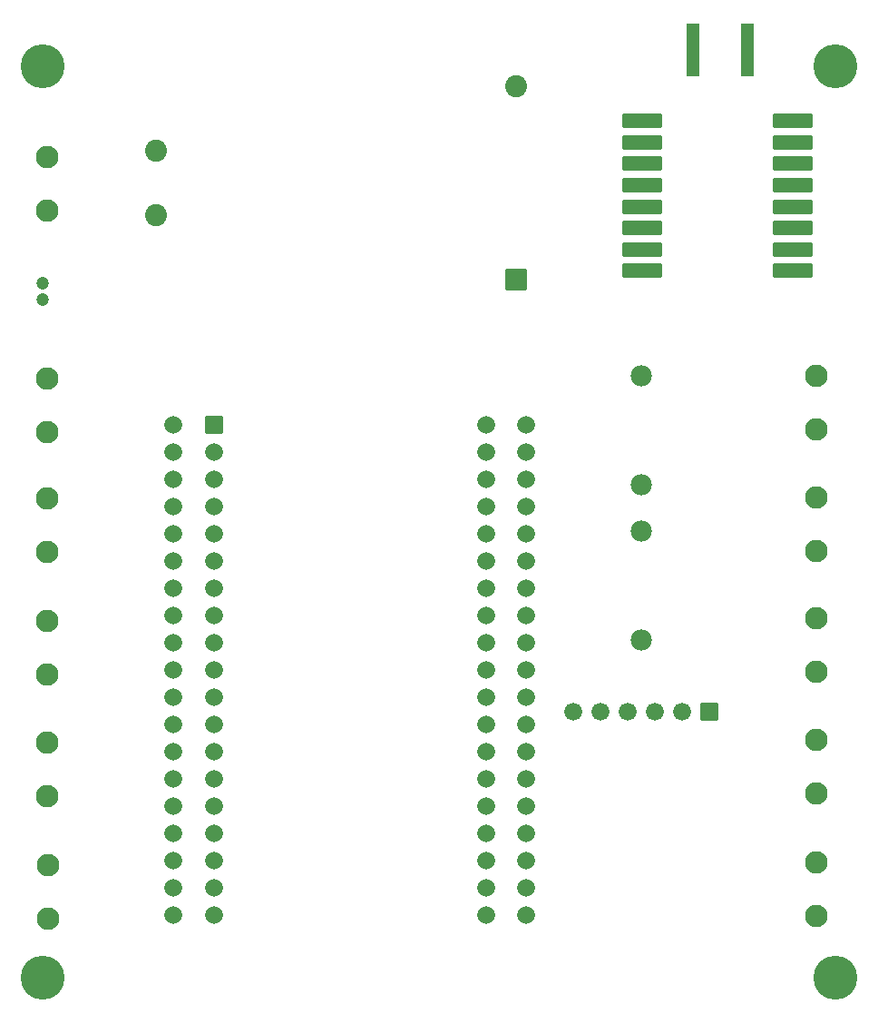
<source format=gbs>
G04 Layer: BottomSolderMaskLayer*
G04 EasyEDA v6.5.42, 2024-04-02 15:40:29*
G04 8b502a5043014c5c8b579c1251e0877e,acb5ada5342d49438264df6f97d5643c,10*
G04 Gerber Generator version 0.2*
G04 Scale: 100 percent, Rotated: No, Reflected: No *
G04 Dimensions in millimeters *
G04 leading zeros omitted , absolute positions ,4 integer and 5 decimal *
%FSLAX45Y45*%
%MOMM*%

%AMMACRO1*1,1,$1,$2,$3*1,1,$1,$4,$5*1,1,$1,0-$2,0-$3*1,1,$1,0-$4,0-$5*20,1,$1,$2,$3,$4,$5,0*20,1,$1,$4,$5,0-$2,0-$3,0*20,1,$1,0-$2,0-$3,0-$4,0-$5,0*20,1,$1,0-$4,0-$5,$2,$3,0*4,1,4,$2,$3,$4,$5,0-$2,0-$3,0-$4,0-$5,$2,$3,0*%
%ADD10C,2.1016*%
%ADD11C,1.9812*%
%ADD12C,1.6764*%
%ADD13MACRO1,0.1016X0.7874X-0.7874X-0.7874X-0.7874*%
%ADD14MACRO1,0.2032X1.75X0.6X1.75X-0.6*%
%ADD15C,2.0500*%
%ADD16MACRO1,0.3X-0.875X0.875X0.875X0.875*%
%ADD17C,1.6617*%
%ADD18MACRO1,0.1016X-0.78X0.78X0.78X0.78*%
%ADD19C,1.2032*%
%ADD20R,1.3016X4.9016*%
%ADD21C,4.1016*%
%ADD22C,1.6616*%

%LPD*%
D10*
G01*
X1536700Y694944D03*
G01*
X1536700Y194055D03*
D11*
G01*
X7085507Y3097301D03*
G01*
X7085507Y4113301D03*
G01*
X7085507Y1649501D03*
G01*
X7085507Y2665501D03*
D10*
G01*
X8723807Y1348257D03*
G01*
X8723807Y1849145D03*
G01*
X8723807Y217957D03*
G01*
X8723807Y718845D03*
G01*
X8723807Y-925042D03*
G01*
X8723807Y-424154D03*
G01*
X8723807Y3608857D03*
G01*
X8723807Y4109745D03*
D12*
G01*
X6450507Y976401D03*
G01*
X6704507Y976401D03*
G01*
X6958507Y976401D03*
G01*
X7212507Y976401D03*
G01*
X7466507Y976401D03*
D13*
G01*
X7720507Y976414D03*
D14*
G01*
X7097800Y6491198D03*
G01*
X7097800Y6291198D03*
G01*
X7097800Y6091199D03*
G01*
X7097800Y5891199D03*
G01*
X7097800Y5691200D03*
G01*
X7097800Y5491200D03*
G01*
X7097800Y5291201D03*
G01*
X7097800Y5091201D03*
G01*
X8497797Y5091201D03*
G01*
X8497797Y5291201D03*
G01*
X8497797Y5491200D03*
G01*
X8497797Y5691200D03*
G01*
X8497797Y5891199D03*
G01*
X8497797Y6091199D03*
G01*
X8497797Y6291198D03*
G01*
X8497797Y6491198D03*
D15*
G01*
X2556789Y5612511D03*
G01*
X2556789Y6212509D03*
G01*
X5916802Y6812508D03*
D16*
G01*
X5916803Y5012486D03*
D10*
G01*
X1536700Y6155944D03*
G01*
X1536700Y5655055D03*
D17*
G01*
X5638114Y-915898D03*
G01*
X5638114Y-661898D03*
G01*
X5638114Y-407898D03*
G01*
X5638114Y-153898D03*
G01*
X5638114Y100101D03*
G01*
X5638114Y354101D03*
G01*
X5638114Y608101D03*
G01*
X5638114Y862101D03*
G01*
X5638114Y1116101D03*
G01*
X5638114Y1370101D03*
G01*
X5638114Y1624101D03*
G01*
X5638114Y1878101D03*
G01*
X5638114Y2132101D03*
G01*
X5638114Y2386101D03*
G01*
X5638114Y2640101D03*
G01*
X5638114Y2894101D03*
G01*
X5638114Y3148101D03*
G01*
X5638114Y3402101D03*
G01*
X5638114Y3656101D03*
G01*
X3098114Y-661898D03*
G01*
X3098114Y-407898D03*
G01*
X3098114Y-153898D03*
G01*
X3098114Y100101D03*
G01*
X3098114Y354101D03*
G01*
X3098114Y608101D03*
G01*
X3098114Y862101D03*
G01*
X3098114Y1116101D03*
G01*
X3098114Y1370101D03*
G01*
X3098114Y1624101D03*
G01*
X3098114Y1878101D03*
G01*
X3098114Y2132101D03*
G01*
X3098114Y2386101D03*
G01*
X3098114Y2640101D03*
G01*
X3098114Y2894101D03*
G01*
X3098114Y3148101D03*
G01*
X3098114Y-915898D03*
G01*
X3098114Y3402101D03*
D18*
G01*
X3098114Y3656114D03*
D19*
G01*
X1498600Y4827143D03*
G01*
X1498600Y4977256D03*
D10*
G01*
X1549400Y-448055D03*
G01*
X1549400Y-948944D03*
G01*
X1536700Y2968244D03*
G01*
X1536700Y2467355D03*
G01*
X1536700Y1825244D03*
G01*
X1536700Y1324355D03*
D20*
G01*
X7568184Y7150100D03*
G01*
X8078215Y7150100D03*
D10*
G01*
X8723807Y2478557D03*
G01*
X8723807Y2979445D03*
G01*
X1536700Y4085844D03*
G01*
X1536700Y3584955D03*
D21*
G01*
X1499996Y6999986D03*
G01*
X8899982Y6999986D03*
G01*
X1499996Y-1499996D03*
G01*
X8899982Y-1499996D03*
D22*
G01*
X6006287Y3656101D03*
G01*
X6006287Y2132101D03*
G01*
X6006287Y2386101D03*
G01*
X6006287Y2640101D03*
G01*
X6006287Y2894101D03*
G01*
X6006287Y3148101D03*
G01*
X6006287Y3402101D03*
G01*
X6006287Y608101D03*
G01*
X6006287Y862101D03*
G01*
X6006287Y1116101D03*
G01*
X6006287Y1370101D03*
G01*
X6006287Y1624101D03*
G01*
X6006287Y1878101D03*
G01*
X6006287Y354101D03*
G01*
X6006287Y100101D03*
G01*
X6006287Y-153898D03*
G01*
X6006287Y-407898D03*
G01*
X6006287Y-661898D03*
G01*
X6006287Y-915898D03*
G01*
X2716987Y-915898D03*
G01*
X2716987Y-661898D03*
G01*
X2716987Y-407898D03*
G01*
X2716987Y-153898D03*
G01*
X2716987Y100101D03*
G01*
X2716987Y354101D03*
G01*
X2716987Y608101D03*
G01*
X2716987Y862101D03*
G01*
X2716987Y1116101D03*
G01*
X2716987Y1370101D03*
G01*
X2716987Y1624101D03*
G01*
X2716987Y1878101D03*
G01*
X2716987Y2132101D03*
G01*
X2716987Y2386101D03*
G01*
X2716987Y2640101D03*
G01*
X2716987Y2894101D03*
G01*
X2716987Y3148101D03*
G01*
X2716987Y3402101D03*
G01*
X2716987Y3656101D03*
M02*

</source>
